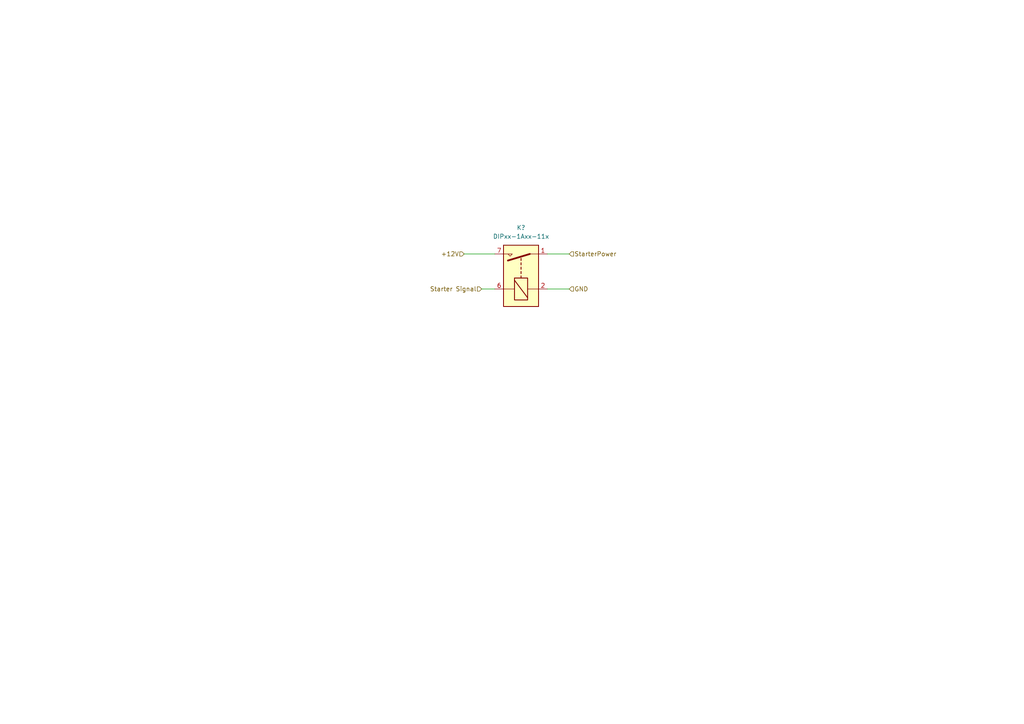
<source format=kicad_sch>
(kicad_sch (version 20230121) (generator eeschema)
  (paper "A4")
  (lib_symbols
    (symbol "Relay:DIPxx-1Axx-11x"
      (property "Reference" "K" (at 8.89 3.81 0))
      (property "Value" "DIPxx-1Axx-11x" (at 8.89 1.27 0))
      (symbol "DIPxx-1Axx-11x_0_0"
        (polyline (pts (xy 5.08 5.08) (xy 5.08 2.54) (xy 4.445 3.175) (xy 5.08 3.81)))
      )
      (symbol "DIPxx-1Axx-11x_0_1"
        (rectangle (start -10.16 5.08) (end 7.62 -5.08) (stroke (width 0.254)) (fill (type background)))
        (rectangle (start -8.255 1.905) (end -1.905 -1.905) (stroke (width 0.254)))
        (polyline (pts (xy -7.62 -1.905) (xy -2.54 1.905)) (stroke (width 0.254)))
        (polyline (pts (xy -5.08 -5.08) (xy -5.08 -1.905)))
        (polyline (pts (xy -5.08 5.08) (xy -5.08 1.905)))
        (polyline (pts (xy -1.905 0) (xy -1.27 0)) (stroke (width 0.254)))
        (polyline (pts (xy -0.635 0) (xy 0 0)) (stroke (width 0.254)))
        (polyline (pts (xy 0.635 0) (xy 1.27 0)) (stroke (width 0.254)))
        (polyline (pts (xy 1.905 0) (xy 2.54 0)) (stroke (width 0.254)))
        (polyline (pts (xy 3.175 0) (xy 3.81 0)) (stroke (width 0.254)))
        (polyline (pts (xy 5.08 -2.54) (xy 3.175 3.81)) (stroke (width 0.508)))
        (polyline (pts (xy 5.08 -2.54) (xy 5.08 -5.08)))
      )
      (symbol "DIPxx-1Axx-11x_1_1"
        (pin passive line (at 5.08 -7.62 90) (length 2.54) (name "~") (number "1"))
        (pin passive line (at 5.08 -7.62 90) (length 2.54) hide (name "~") (number "14"))
        (pin passive line (at -5.08 -7.62 90) (length 2.54) (name "~") (number "2"))
        (pin passive line (at -5.08 7.62 270) (length 2.54) (name "~") (number "6"))
        (pin passive line (at 5.08 7.62 270) (length 2.54) (name "~") (number "7"))
        (pin passive line (at 5.08 7.62 270) (length 2.54) hide (name "~") (number "8"))
      )
    )
  )
  (wire (pts (xy 158.75 73.66) (xy 165.1 73.66)))
  (wire (pts (xy 158.75 83.82) (xy 165.1 83.82)))
  (wire (pts (xy 134.62 73.66) (xy 143.51 73.66)))
  (wire (pts (xy 139.7 83.82) (xy 143.51 83.82)))
  (hierarchical_label "Starter Signal" (shape input) (at 139.7 83.82 180))
  (hierarchical_label "StarterPower" (shape input) (at 165.1 73.66 0))
  (hierarchical_label "GND" (shape input) (at 165.1 83.82 0))
  (hierarchical_label "+12V" (shape input) (at 134.62 73.66 180))
  (symbol (lib_id "Relay:DIPxx-1Axx-11x") (at 151.13 78.74 90) (unit 1)
    (property "Reference" "K?" (at 151.13 66.04 90))
    (property "Value" "DIPxx-1Axx-11x" (at 151.13 68.58 90))
    (property "Footprint" "Relay_THT:Relay_StandexMeder_DIP_LowProfile" (effects hide))
    (property "Datasheet" "https://standexelectronics.com/wp-content/uploads/datasheet_reed_relay_DIP.pdf" (effects hide))
  )
)
</source>
